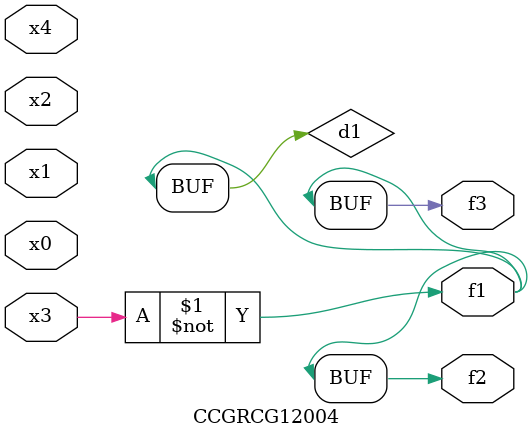
<source format=v>
module CCGRCG12004(
	input x0, x1, x2, x3, x4,
	output f1, f2, f3
);

	wire d1, d2;

	xnor (d1, x3);
	not (d2, x1);
	assign f1 = d1;
	assign f2 = d1;
	assign f3 = d1;
endmodule

</source>
